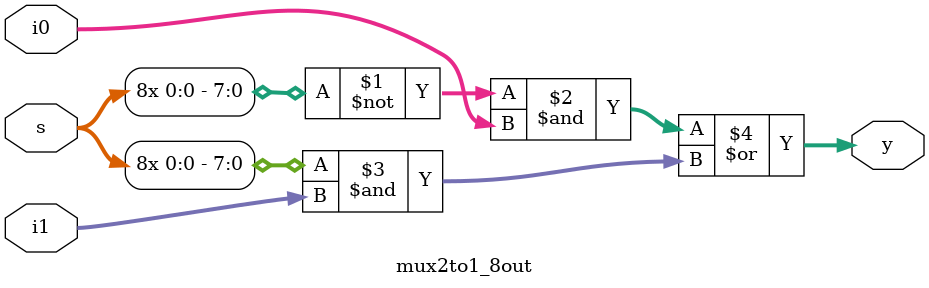
<source format=v>
`timescale 1ns / 1ps


module mux2to1_8out(
	input s,
	input [7:0] i0, 
	input [7:0] i1,
    
	output [7:0] y
	);
    
	assign y = ~{8{s}} & i0 | {8{s}} & i1;
endmodule

</source>
